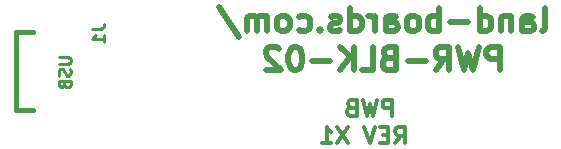
<source format=gbo>
G04 (created by PCBNEW (2013-07-07 BZR 4022)-stable) date 1/4/2015 11:10:14 AM*
%MOIN*%
G04 Gerber Fmt 3.4, Leading zero omitted, Abs format*
%FSLAX34Y34*%
G01*
G70*
G90*
G04 APERTURE LIST*
%ADD10C,0.00590551*%
%ADD11C,0.01375*%
%ADD12C,0.019685*%
%ADD13C,0.00984252*%
%ADD14C,0.015*%
%ADD15C,0.01*%
%ADD16C,0.0035*%
G04 APERTURE END LIST*
G54D10*
G54D11*
X55142Y-32122D02*
X55142Y-31572D01*
X54933Y-31572D01*
X54880Y-31598D01*
X54854Y-31625D01*
X54828Y-31677D01*
X54828Y-31755D01*
X54854Y-31808D01*
X54880Y-31834D01*
X54933Y-31860D01*
X55142Y-31860D01*
X54645Y-31572D02*
X54514Y-32122D01*
X54409Y-31729D01*
X54304Y-32122D01*
X54173Y-31572D01*
X53780Y-31834D02*
X53702Y-31860D01*
X53676Y-31886D01*
X53650Y-31939D01*
X53650Y-32017D01*
X53676Y-32070D01*
X53702Y-32096D01*
X53754Y-32122D01*
X53964Y-32122D01*
X53964Y-31572D01*
X53780Y-31572D01*
X53728Y-31598D01*
X53702Y-31625D01*
X53676Y-31677D01*
X53676Y-31729D01*
X53702Y-31782D01*
X53728Y-31808D01*
X53780Y-31834D01*
X53964Y-31834D01*
X55247Y-33030D02*
X55430Y-32768D01*
X55561Y-33030D02*
X55561Y-32480D01*
X55352Y-32480D01*
X55300Y-32506D01*
X55273Y-32532D01*
X55247Y-32584D01*
X55247Y-32663D01*
X55273Y-32715D01*
X55300Y-32742D01*
X55352Y-32768D01*
X55561Y-32768D01*
X55011Y-32742D02*
X54828Y-32742D01*
X54750Y-33030D02*
X55011Y-33030D01*
X55011Y-32480D01*
X54750Y-32480D01*
X54592Y-32480D02*
X54409Y-33030D01*
X54226Y-32480D01*
X53676Y-32480D02*
X53309Y-33030D01*
X53309Y-32480D02*
X53676Y-33030D01*
X52811Y-33030D02*
X53126Y-33030D01*
X52969Y-33030D02*
X52969Y-32480D01*
X53021Y-32558D01*
X53073Y-32611D01*
X53126Y-32637D01*
G54D12*
X60130Y-29295D02*
X60205Y-29257D01*
X60242Y-29182D01*
X60242Y-28507D01*
X59492Y-29295D02*
X59492Y-28882D01*
X59530Y-28807D01*
X59605Y-28770D01*
X59755Y-28770D01*
X59830Y-28807D01*
X59492Y-29257D02*
X59567Y-29295D01*
X59755Y-29295D01*
X59830Y-29257D01*
X59867Y-29182D01*
X59867Y-29107D01*
X59830Y-29032D01*
X59755Y-28995D01*
X59567Y-28995D01*
X59492Y-28957D01*
X59117Y-28770D02*
X59117Y-29295D01*
X59117Y-28845D02*
X59080Y-28807D01*
X59005Y-28770D01*
X58892Y-28770D01*
X58817Y-28807D01*
X58780Y-28882D01*
X58780Y-29295D01*
X58068Y-29295D02*
X58068Y-28507D01*
X58068Y-29257D02*
X58143Y-29295D01*
X58293Y-29295D01*
X58368Y-29257D01*
X58405Y-29220D01*
X58443Y-29145D01*
X58443Y-28920D01*
X58405Y-28845D01*
X58368Y-28807D01*
X58293Y-28770D01*
X58143Y-28770D01*
X58068Y-28807D01*
X57693Y-28995D02*
X57093Y-28995D01*
X56718Y-29295D02*
X56718Y-28507D01*
X56718Y-28807D02*
X56643Y-28770D01*
X56493Y-28770D01*
X56418Y-28807D01*
X56380Y-28845D01*
X56343Y-28920D01*
X56343Y-29145D01*
X56380Y-29220D01*
X56418Y-29257D01*
X56493Y-29295D01*
X56643Y-29295D01*
X56718Y-29257D01*
X55893Y-29295D02*
X55968Y-29257D01*
X56005Y-29220D01*
X56043Y-29145D01*
X56043Y-28920D01*
X56005Y-28845D01*
X55968Y-28807D01*
X55893Y-28770D01*
X55780Y-28770D01*
X55705Y-28807D01*
X55668Y-28845D01*
X55630Y-28920D01*
X55630Y-29145D01*
X55668Y-29220D01*
X55705Y-29257D01*
X55780Y-29295D01*
X55893Y-29295D01*
X54955Y-29295D02*
X54955Y-28882D01*
X54993Y-28807D01*
X55068Y-28770D01*
X55218Y-28770D01*
X55293Y-28807D01*
X54955Y-29257D02*
X55030Y-29295D01*
X55218Y-29295D01*
X55293Y-29257D01*
X55330Y-29182D01*
X55330Y-29107D01*
X55293Y-29032D01*
X55218Y-28995D01*
X55030Y-28995D01*
X54955Y-28957D01*
X54580Y-29295D02*
X54580Y-28770D01*
X54580Y-28920D02*
X54543Y-28845D01*
X54505Y-28807D01*
X54431Y-28770D01*
X54356Y-28770D01*
X53756Y-29295D02*
X53756Y-28507D01*
X53756Y-29257D02*
X53831Y-29295D01*
X53981Y-29295D01*
X54056Y-29257D01*
X54093Y-29220D01*
X54131Y-29145D01*
X54131Y-28920D01*
X54093Y-28845D01*
X54056Y-28807D01*
X53981Y-28770D01*
X53831Y-28770D01*
X53756Y-28807D01*
X53418Y-29257D02*
X53343Y-29295D01*
X53193Y-29295D01*
X53118Y-29257D01*
X53081Y-29182D01*
X53081Y-29145D01*
X53118Y-29070D01*
X53193Y-29032D01*
X53306Y-29032D01*
X53381Y-28995D01*
X53418Y-28920D01*
X53418Y-28882D01*
X53381Y-28807D01*
X53306Y-28770D01*
X53193Y-28770D01*
X53118Y-28807D01*
X52743Y-29220D02*
X52706Y-29257D01*
X52743Y-29295D01*
X52781Y-29257D01*
X52743Y-29220D01*
X52743Y-29295D01*
X52031Y-29257D02*
X52106Y-29295D01*
X52256Y-29295D01*
X52331Y-29257D01*
X52368Y-29220D01*
X52406Y-29145D01*
X52406Y-28920D01*
X52368Y-28845D01*
X52331Y-28807D01*
X52256Y-28770D01*
X52106Y-28770D01*
X52031Y-28807D01*
X51581Y-29295D02*
X51656Y-29257D01*
X51693Y-29220D01*
X51731Y-29145D01*
X51731Y-28920D01*
X51693Y-28845D01*
X51656Y-28807D01*
X51581Y-28770D01*
X51468Y-28770D01*
X51393Y-28807D01*
X51356Y-28845D01*
X51318Y-28920D01*
X51318Y-29145D01*
X51356Y-29220D01*
X51393Y-29257D01*
X51468Y-29295D01*
X51581Y-29295D01*
X50981Y-29295D02*
X50981Y-28770D01*
X50981Y-28845D02*
X50943Y-28807D01*
X50868Y-28770D01*
X50756Y-28770D01*
X50681Y-28807D01*
X50643Y-28882D01*
X50643Y-29295D01*
X50643Y-28882D02*
X50606Y-28807D01*
X50531Y-28770D01*
X50419Y-28770D01*
X50344Y-28807D01*
X50306Y-28882D01*
X50306Y-29295D01*
X49369Y-28470D02*
X50044Y-29482D01*
X58742Y-30594D02*
X58742Y-29806D01*
X58443Y-29806D01*
X58368Y-29844D01*
X58330Y-29881D01*
X58293Y-29956D01*
X58293Y-30069D01*
X58330Y-30144D01*
X58368Y-30181D01*
X58443Y-30219D01*
X58742Y-30219D01*
X58030Y-29806D02*
X57843Y-30594D01*
X57693Y-30031D01*
X57543Y-30594D01*
X57355Y-29806D01*
X56605Y-30594D02*
X56868Y-30219D01*
X57055Y-30594D02*
X57055Y-29806D01*
X56755Y-29806D01*
X56680Y-29844D01*
X56643Y-29881D01*
X56605Y-29956D01*
X56605Y-30069D01*
X56643Y-30144D01*
X56680Y-30181D01*
X56755Y-30219D01*
X57055Y-30219D01*
X56268Y-30294D02*
X55668Y-30294D01*
X55030Y-30181D02*
X54918Y-30219D01*
X54880Y-30256D01*
X54843Y-30331D01*
X54843Y-30444D01*
X54880Y-30519D01*
X54918Y-30556D01*
X54993Y-30594D01*
X55293Y-30594D01*
X55293Y-29806D01*
X55030Y-29806D01*
X54955Y-29844D01*
X54918Y-29881D01*
X54880Y-29956D01*
X54880Y-30031D01*
X54918Y-30106D01*
X54955Y-30144D01*
X55030Y-30181D01*
X55293Y-30181D01*
X54131Y-30594D02*
X54505Y-30594D01*
X54505Y-29806D01*
X53868Y-30594D02*
X53868Y-29806D01*
X53418Y-30594D02*
X53756Y-30144D01*
X53418Y-29806D02*
X53868Y-30256D01*
X53081Y-30294D02*
X52481Y-30294D01*
X51956Y-29806D02*
X51881Y-29806D01*
X51806Y-29844D01*
X51768Y-29881D01*
X51731Y-29956D01*
X51693Y-30106D01*
X51693Y-30294D01*
X51731Y-30444D01*
X51768Y-30519D01*
X51806Y-30556D01*
X51881Y-30594D01*
X51956Y-30594D01*
X52031Y-30556D01*
X52068Y-30519D01*
X52106Y-30444D01*
X52143Y-30294D01*
X52143Y-30106D01*
X52106Y-29956D01*
X52068Y-29881D01*
X52031Y-29844D01*
X51956Y-29806D01*
X51393Y-29881D02*
X51356Y-29844D01*
X51281Y-29806D01*
X51093Y-29806D01*
X51018Y-29844D01*
X50981Y-29881D01*
X50943Y-29956D01*
X50943Y-30031D01*
X50981Y-30144D01*
X51431Y-30594D01*
X50943Y-30594D01*
G54D13*
X44037Y-30152D02*
X44356Y-30152D01*
X44393Y-30171D01*
X44412Y-30190D01*
X44431Y-30227D01*
X44431Y-30302D01*
X44412Y-30340D01*
X44393Y-30359D01*
X44356Y-30377D01*
X44037Y-30377D01*
X44412Y-30546D02*
X44431Y-30602D01*
X44431Y-30696D01*
X44412Y-30733D01*
X44393Y-30752D01*
X44356Y-30771D01*
X44318Y-30771D01*
X44281Y-30752D01*
X44262Y-30733D01*
X44243Y-30696D01*
X44224Y-30621D01*
X44206Y-30583D01*
X44187Y-30565D01*
X44149Y-30546D01*
X44112Y-30546D01*
X44074Y-30565D01*
X44056Y-30583D01*
X44037Y-30621D01*
X44037Y-30715D01*
X44056Y-30771D01*
X44224Y-31071D02*
X44243Y-31127D01*
X44262Y-31146D01*
X44299Y-31165D01*
X44356Y-31165D01*
X44393Y-31146D01*
X44412Y-31127D01*
X44431Y-31090D01*
X44431Y-30940D01*
X44037Y-30940D01*
X44037Y-31071D01*
X44056Y-31108D01*
X44074Y-31127D01*
X44112Y-31146D01*
X44149Y-31146D01*
X44187Y-31127D01*
X44206Y-31108D01*
X44224Y-31071D01*
X44224Y-30940D01*
G54D14*
X42598Y-31909D02*
X43189Y-31909D01*
X42598Y-29311D02*
X43189Y-29311D01*
X42598Y-31909D02*
X42598Y-29311D01*
G54D15*
X45150Y-29214D02*
X45436Y-29214D01*
X45493Y-29193D01*
X45531Y-29150D01*
X45550Y-29086D01*
X45550Y-29043D01*
X45550Y-29664D02*
X45550Y-29407D01*
X45550Y-29536D02*
X45150Y-29536D01*
X45208Y-29493D01*
X45246Y-29450D01*
X45265Y-29407D01*
G54D16*
M02*

</source>
